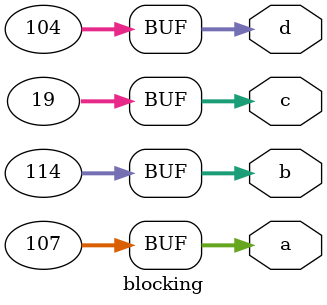
<source format=v>
module blocking(output reg [31:0] a, b, c, d);
    initial begin
        a=30;b=20;c=15;d=5;
        repeat(4) begin
            #5 a = b + c;
            #5 d = a - 3;
            #5 b = d + 10;
            #5 c = c + 1;
        end
    end
endmodule

</source>
